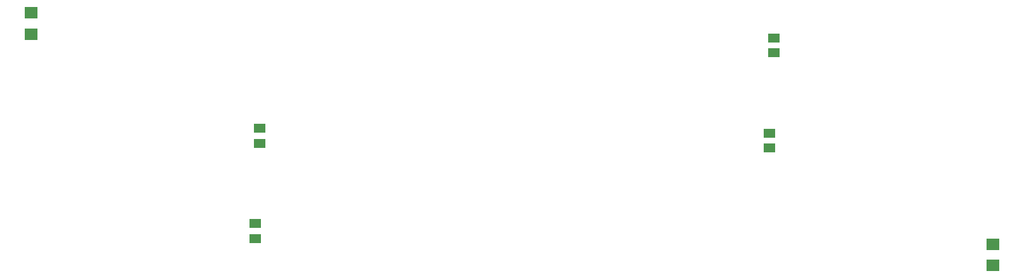
<source format=gbr>
%TF.GenerationSoftware,KiCad,Pcbnew,9.0.3*%
%TF.CreationDate,2025-07-30T15:06:46-04:00*%
%TF.ProjectId,blackboxvDualv4,626c6163-6b62-46f7-9876-4475616c7634,rev?*%
%TF.SameCoordinates,Original*%
%TF.FileFunction,Paste,Top*%
%TF.FilePolarity,Positive*%
%FSLAX46Y46*%
G04 Gerber Fmt 4.6, Leading zero omitted, Abs format (unit mm)*
G04 Created by KiCad (PCBNEW 9.0.3) date 2025-07-30 15:06:46*
%MOMM*%
%LPD*%
G01*
G04 APERTURE LIST*
%ADD10R,1.600000X1.300000*%
%ADD11R,1.803000X1.600000*%
G04 APERTURE END LIST*
D10*
%TO.C,C2*%
X114185600Y-116063600D03*
X114185600Y-118063600D03*
%TD*%
%TO.C,C1*%
X114820600Y-103363600D03*
X114820600Y-105363600D03*
%TD*%
%TO.C,C4*%
X183400600Y-93298600D03*
X183400600Y-91298600D03*
%TD*%
%TO.C,C3*%
X182765600Y-105998600D03*
X182765600Y-103998600D03*
%TD*%
D11*
%TO.C,R1*%
X84340600Y-90799600D03*
X84340600Y-87955600D03*
%TD*%
%TO.C,R2*%
X212610600Y-118816600D03*
X212610600Y-121660600D03*
%TD*%
M02*

</source>
